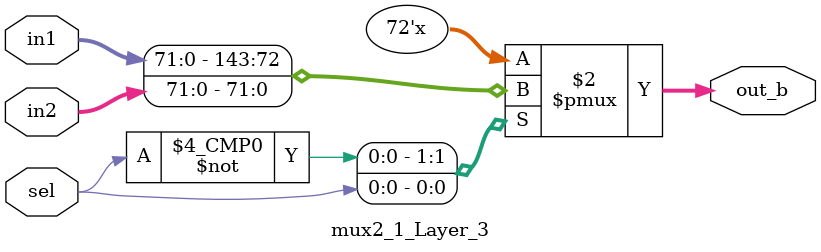
<source format=v>
module mux2_1_Layer_3(in1,in2,sel,out_b);
input [18*4-1:0]        in1,in2;
input                   sel;
output reg [18*4-1:0]   out_b;

always@(*)
	begin
	  case(sel)
	    1'b0:out_b=in1;
		1'b1:out_b=in2;
	  endcase
	end
endmodule
</source>
